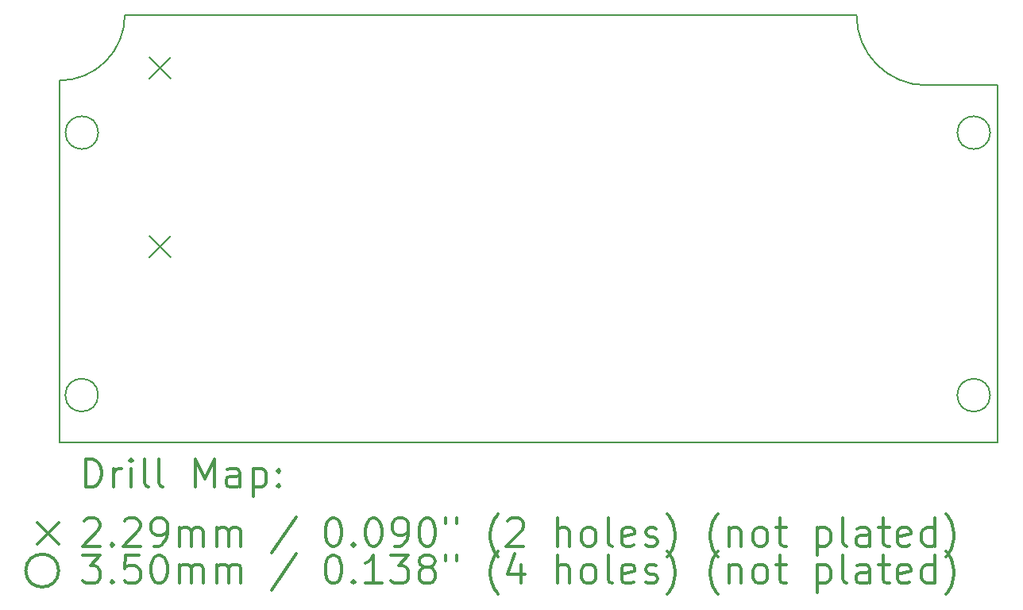
<source format=gbr>
%FSLAX45Y45*%
G04 Gerber Fmt 4.5, Leading zero omitted, Abs format (unit mm)*
G04 Created by KiCad (PCBNEW 5.1.4) date 2019-08-23 17:49:53*
%MOMM*%
%LPD*%
G04 APERTURE LIST*
%ADD10C,0.200000*%
%ADD11C,0.300000*%
G04 APERTURE END LIST*
D10*
X19200000Y-7917404D02*
X19200000Y-11725000D01*
X9200000Y-7866604D02*
X9200000Y-11725000D01*
X9895199Y-7171405D02*
X17695650Y-7171405D01*
X19200000Y-7917404D02*
X18441649Y-7917404D01*
X9200000Y-11725000D02*
X19200000Y-11725000D01*
X9895199Y-7171405D02*
G75*
G02X9200000Y-7866604I-695199J0D01*
G01*
X18441649Y-7917404D02*
G75*
G02X17695650Y-7171405I0J745999D01*
G01*
D10*
X10158700Y-7622200D02*
X10387300Y-7850800D01*
X10387300Y-7622200D02*
X10158700Y-7850800D01*
X10158700Y-9527200D02*
X10387300Y-9755800D01*
X10387300Y-9527200D02*
X10158700Y-9755800D01*
X19120000Y-8423000D02*
G75*
G03X19120000Y-8423000I-175000J0D01*
G01*
X9613000Y-8422000D02*
G75*
G03X9613000Y-8422000I-175000J0D01*
G01*
X9611000Y-11220000D02*
G75*
G03X9611000Y-11220000I-175000J0D01*
G01*
X19120000Y-11221000D02*
G75*
G03X19120000Y-11221000I-175000J0D01*
G01*
D11*
X9476428Y-12200714D02*
X9476428Y-11900714D01*
X9547857Y-11900714D01*
X9590714Y-11915000D01*
X9619286Y-11943571D01*
X9633571Y-11972143D01*
X9647857Y-12029286D01*
X9647857Y-12072143D01*
X9633571Y-12129286D01*
X9619286Y-12157857D01*
X9590714Y-12186429D01*
X9547857Y-12200714D01*
X9476428Y-12200714D01*
X9776428Y-12200714D02*
X9776428Y-12000714D01*
X9776428Y-12057857D02*
X9790714Y-12029286D01*
X9805000Y-12015000D01*
X9833571Y-12000714D01*
X9862143Y-12000714D01*
X9962143Y-12200714D02*
X9962143Y-12000714D01*
X9962143Y-11900714D02*
X9947857Y-11915000D01*
X9962143Y-11929286D01*
X9976428Y-11915000D01*
X9962143Y-11900714D01*
X9962143Y-11929286D01*
X10147857Y-12200714D02*
X10119286Y-12186429D01*
X10105000Y-12157857D01*
X10105000Y-11900714D01*
X10305000Y-12200714D02*
X10276428Y-12186429D01*
X10262143Y-12157857D01*
X10262143Y-11900714D01*
X10647857Y-12200714D02*
X10647857Y-11900714D01*
X10747857Y-12115000D01*
X10847857Y-11900714D01*
X10847857Y-12200714D01*
X11119286Y-12200714D02*
X11119286Y-12043571D01*
X11105000Y-12015000D01*
X11076428Y-12000714D01*
X11019286Y-12000714D01*
X10990714Y-12015000D01*
X11119286Y-12186429D02*
X11090714Y-12200714D01*
X11019286Y-12200714D01*
X10990714Y-12186429D01*
X10976428Y-12157857D01*
X10976428Y-12129286D01*
X10990714Y-12100714D01*
X11019286Y-12086429D01*
X11090714Y-12086429D01*
X11119286Y-12072143D01*
X11262143Y-12000714D02*
X11262143Y-12300714D01*
X11262143Y-12015000D02*
X11290714Y-12000714D01*
X11347857Y-12000714D01*
X11376428Y-12015000D01*
X11390714Y-12029286D01*
X11405000Y-12057857D01*
X11405000Y-12143571D01*
X11390714Y-12172143D01*
X11376428Y-12186429D01*
X11347857Y-12200714D01*
X11290714Y-12200714D01*
X11262143Y-12186429D01*
X11533571Y-12172143D02*
X11547857Y-12186429D01*
X11533571Y-12200714D01*
X11519286Y-12186429D01*
X11533571Y-12172143D01*
X11533571Y-12200714D01*
X11533571Y-12015000D02*
X11547857Y-12029286D01*
X11533571Y-12043571D01*
X11519286Y-12029286D01*
X11533571Y-12015000D01*
X11533571Y-12043571D01*
X8961400Y-12580700D02*
X9190000Y-12809300D01*
X9190000Y-12580700D02*
X8961400Y-12809300D01*
X9462143Y-12559286D02*
X9476428Y-12545000D01*
X9505000Y-12530714D01*
X9576428Y-12530714D01*
X9605000Y-12545000D01*
X9619286Y-12559286D01*
X9633571Y-12587857D01*
X9633571Y-12616429D01*
X9619286Y-12659286D01*
X9447857Y-12830714D01*
X9633571Y-12830714D01*
X9762143Y-12802143D02*
X9776428Y-12816429D01*
X9762143Y-12830714D01*
X9747857Y-12816429D01*
X9762143Y-12802143D01*
X9762143Y-12830714D01*
X9890714Y-12559286D02*
X9905000Y-12545000D01*
X9933571Y-12530714D01*
X10005000Y-12530714D01*
X10033571Y-12545000D01*
X10047857Y-12559286D01*
X10062143Y-12587857D01*
X10062143Y-12616429D01*
X10047857Y-12659286D01*
X9876428Y-12830714D01*
X10062143Y-12830714D01*
X10205000Y-12830714D02*
X10262143Y-12830714D01*
X10290714Y-12816429D01*
X10305000Y-12802143D01*
X10333571Y-12759286D01*
X10347857Y-12702143D01*
X10347857Y-12587857D01*
X10333571Y-12559286D01*
X10319286Y-12545000D01*
X10290714Y-12530714D01*
X10233571Y-12530714D01*
X10205000Y-12545000D01*
X10190714Y-12559286D01*
X10176428Y-12587857D01*
X10176428Y-12659286D01*
X10190714Y-12687857D01*
X10205000Y-12702143D01*
X10233571Y-12716429D01*
X10290714Y-12716429D01*
X10319286Y-12702143D01*
X10333571Y-12687857D01*
X10347857Y-12659286D01*
X10476428Y-12830714D02*
X10476428Y-12630714D01*
X10476428Y-12659286D02*
X10490714Y-12645000D01*
X10519286Y-12630714D01*
X10562143Y-12630714D01*
X10590714Y-12645000D01*
X10605000Y-12673571D01*
X10605000Y-12830714D01*
X10605000Y-12673571D02*
X10619286Y-12645000D01*
X10647857Y-12630714D01*
X10690714Y-12630714D01*
X10719286Y-12645000D01*
X10733571Y-12673571D01*
X10733571Y-12830714D01*
X10876428Y-12830714D02*
X10876428Y-12630714D01*
X10876428Y-12659286D02*
X10890714Y-12645000D01*
X10919286Y-12630714D01*
X10962143Y-12630714D01*
X10990714Y-12645000D01*
X11005000Y-12673571D01*
X11005000Y-12830714D01*
X11005000Y-12673571D02*
X11019286Y-12645000D01*
X11047857Y-12630714D01*
X11090714Y-12630714D01*
X11119286Y-12645000D01*
X11133571Y-12673571D01*
X11133571Y-12830714D01*
X11719286Y-12516429D02*
X11462143Y-12902143D01*
X12105000Y-12530714D02*
X12133571Y-12530714D01*
X12162143Y-12545000D01*
X12176428Y-12559286D01*
X12190714Y-12587857D01*
X12205000Y-12645000D01*
X12205000Y-12716429D01*
X12190714Y-12773571D01*
X12176428Y-12802143D01*
X12162143Y-12816429D01*
X12133571Y-12830714D01*
X12105000Y-12830714D01*
X12076428Y-12816429D01*
X12062143Y-12802143D01*
X12047857Y-12773571D01*
X12033571Y-12716429D01*
X12033571Y-12645000D01*
X12047857Y-12587857D01*
X12062143Y-12559286D01*
X12076428Y-12545000D01*
X12105000Y-12530714D01*
X12333571Y-12802143D02*
X12347857Y-12816429D01*
X12333571Y-12830714D01*
X12319286Y-12816429D01*
X12333571Y-12802143D01*
X12333571Y-12830714D01*
X12533571Y-12530714D02*
X12562143Y-12530714D01*
X12590714Y-12545000D01*
X12605000Y-12559286D01*
X12619286Y-12587857D01*
X12633571Y-12645000D01*
X12633571Y-12716429D01*
X12619286Y-12773571D01*
X12605000Y-12802143D01*
X12590714Y-12816429D01*
X12562143Y-12830714D01*
X12533571Y-12830714D01*
X12505000Y-12816429D01*
X12490714Y-12802143D01*
X12476428Y-12773571D01*
X12462143Y-12716429D01*
X12462143Y-12645000D01*
X12476428Y-12587857D01*
X12490714Y-12559286D01*
X12505000Y-12545000D01*
X12533571Y-12530714D01*
X12776428Y-12830714D02*
X12833571Y-12830714D01*
X12862143Y-12816429D01*
X12876428Y-12802143D01*
X12905000Y-12759286D01*
X12919286Y-12702143D01*
X12919286Y-12587857D01*
X12905000Y-12559286D01*
X12890714Y-12545000D01*
X12862143Y-12530714D01*
X12805000Y-12530714D01*
X12776428Y-12545000D01*
X12762143Y-12559286D01*
X12747857Y-12587857D01*
X12747857Y-12659286D01*
X12762143Y-12687857D01*
X12776428Y-12702143D01*
X12805000Y-12716429D01*
X12862143Y-12716429D01*
X12890714Y-12702143D01*
X12905000Y-12687857D01*
X12919286Y-12659286D01*
X13105000Y-12530714D02*
X13133571Y-12530714D01*
X13162143Y-12545000D01*
X13176428Y-12559286D01*
X13190714Y-12587857D01*
X13205000Y-12645000D01*
X13205000Y-12716429D01*
X13190714Y-12773571D01*
X13176428Y-12802143D01*
X13162143Y-12816429D01*
X13133571Y-12830714D01*
X13105000Y-12830714D01*
X13076428Y-12816429D01*
X13062143Y-12802143D01*
X13047857Y-12773571D01*
X13033571Y-12716429D01*
X13033571Y-12645000D01*
X13047857Y-12587857D01*
X13062143Y-12559286D01*
X13076428Y-12545000D01*
X13105000Y-12530714D01*
X13319286Y-12530714D02*
X13319286Y-12587857D01*
X13433571Y-12530714D02*
X13433571Y-12587857D01*
X13876428Y-12945000D02*
X13862143Y-12930714D01*
X13833571Y-12887857D01*
X13819286Y-12859286D01*
X13805000Y-12816429D01*
X13790714Y-12745000D01*
X13790714Y-12687857D01*
X13805000Y-12616429D01*
X13819286Y-12573571D01*
X13833571Y-12545000D01*
X13862143Y-12502143D01*
X13876428Y-12487857D01*
X13976428Y-12559286D02*
X13990714Y-12545000D01*
X14019286Y-12530714D01*
X14090714Y-12530714D01*
X14119286Y-12545000D01*
X14133571Y-12559286D01*
X14147857Y-12587857D01*
X14147857Y-12616429D01*
X14133571Y-12659286D01*
X13962143Y-12830714D01*
X14147857Y-12830714D01*
X14505000Y-12830714D02*
X14505000Y-12530714D01*
X14633571Y-12830714D02*
X14633571Y-12673571D01*
X14619286Y-12645000D01*
X14590714Y-12630714D01*
X14547857Y-12630714D01*
X14519286Y-12645000D01*
X14505000Y-12659286D01*
X14819286Y-12830714D02*
X14790714Y-12816429D01*
X14776428Y-12802143D01*
X14762143Y-12773571D01*
X14762143Y-12687857D01*
X14776428Y-12659286D01*
X14790714Y-12645000D01*
X14819286Y-12630714D01*
X14862143Y-12630714D01*
X14890714Y-12645000D01*
X14905000Y-12659286D01*
X14919286Y-12687857D01*
X14919286Y-12773571D01*
X14905000Y-12802143D01*
X14890714Y-12816429D01*
X14862143Y-12830714D01*
X14819286Y-12830714D01*
X15090714Y-12830714D02*
X15062143Y-12816429D01*
X15047857Y-12787857D01*
X15047857Y-12530714D01*
X15319286Y-12816429D02*
X15290714Y-12830714D01*
X15233571Y-12830714D01*
X15205000Y-12816429D01*
X15190714Y-12787857D01*
X15190714Y-12673571D01*
X15205000Y-12645000D01*
X15233571Y-12630714D01*
X15290714Y-12630714D01*
X15319286Y-12645000D01*
X15333571Y-12673571D01*
X15333571Y-12702143D01*
X15190714Y-12730714D01*
X15447857Y-12816429D02*
X15476428Y-12830714D01*
X15533571Y-12830714D01*
X15562143Y-12816429D01*
X15576428Y-12787857D01*
X15576428Y-12773571D01*
X15562143Y-12745000D01*
X15533571Y-12730714D01*
X15490714Y-12730714D01*
X15462143Y-12716429D01*
X15447857Y-12687857D01*
X15447857Y-12673571D01*
X15462143Y-12645000D01*
X15490714Y-12630714D01*
X15533571Y-12630714D01*
X15562143Y-12645000D01*
X15676428Y-12945000D02*
X15690714Y-12930714D01*
X15719286Y-12887857D01*
X15733571Y-12859286D01*
X15747857Y-12816429D01*
X15762143Y-12745000D01*
X15762143Y-12687857D01*
X15747857Y-12616429D01*
X15733571Y-12573571D01*
X15719286Y-12545000D01*
X15690714Y-12502143D01*
X15676428Y-12487857D01*
X16219286Y-12945000D02*
X16205000Y-12930714D01*
X16176428Y-12887857D01*
X16162143Y-12859286D01*
X16147857Y-12816429D01*
X16133571Y-12745000D01*
X16133571Y-12687857D01*
X16147857Y-12616429D01*
X16162143Y-12573571D01*
X16176428Y-12545000D01*
X16205000Y-12502143D01*
X16219286Y-12487857D01*
X16333571Y-12630714D02*
X16333571Y-12830714D01*
X16333571Y-12659286D02*
X16347857Y-12645000D01*
X16376428Y-12630714D01*
X16419286Y-12630714D01*
X16447857Y-12645000D01*
X16462143Y-12673571D01*
X16462143Y-12830714D01*
X16647857Y-12830714D02*
X16619286Y-12816429D01*
X16605000Y-12802143D01*
X16590714Y-12773571D01*
X16590714Y-12687857D01*
X16605000Y-12659286D01*
X16619286Y-12645000D01*
X16647857Y-12630714D01*
X16690714Y-12630714D01*
X16719286Y-12645000D01*
X16733571Y-12659286D01*
X16747857Y-12687857D01*
X16747857Y-12773571D01*
X16733571Y-12802143D01*
X16719286Y-12816429D01*
X16690714Y-12830714D01*
X16647857Y-12830714D01*
X16833571Y-12630714D02*
X16947857Y-12630714D01*
X16876428Y-12530714D02*
X16876428Y-12787857D01*
X16890714Y-12816429D01*
X16919286Y-12830714D01*
X16947857Y-12830714D01*
X17276428Y-12630714D02*
X17276428Y-12930714D01*
X17276428Y-12645000D02*
X17305000Y-12630714D01*
X17362143Y-12630714D01*
X17390714Y-12645000D01*
X17405000Y-12659286D01*
X17419286Y-12687857D01*
X17419286Y-12773571D01*
X17405000Y-12802143D01*
X17390714Y-12816429D01*
X17362143Y-12830714D01*
X17305000Y-12830714D01*
X17276428Y-12816429D01*
X17590714Y-12830714D02*
X17562143Y-12816429D01*
X17547857Y-12787857D01*
X17547857Y-12530714D01*
X17833571Y-12830714D02*
X17833571Y-12673571D01*
X17819286Y-12645000D01*
X17790714Y-12630714D01*
X17733571Y-12630714D01*
X17705000Y-12645000D01*
X17833571Y-12816429D02*
X17805000Y-12830714D01*
X17733571Y-12830714D01*
X17705000Y-12816429D01*
X17690714Y-12787857D01*
X17690714Y-12759286D01*
X17705000Y-12730714D01*
X17733571Y-12716429D01*
X17805000Y-12716429D01*
X17833571Y-12702143D01*
X17933571Y-12630714D02*
X18047857Y-12630714D01*
X17976428Y-12530714D02*
X17976428Y-12787857D01*
X17990714Y-12816429D01*
X18019286Y-12830714D01*
X18047857Y-12830714D01*
X18262143Y-12816429D02*
X18233571Y-12830714D01*
X18176428Y-12830714D01*
X18147857Y-12816429D01*
X18133571Y-12787857D01*
X18133571Y-12673571D01*
X18147857Y-12645000D01*
X18176428Y-12630714D01*
X18233571Y-12630714D01*
X18262143Y-12645000D01*
X18276428Y-12673571D01*
X18276428Y-12702143D01*
X18133571Y-12730714D01*
X18533571Y-12830714D02*
X18533571Y-12530714D01*
X18533571Y-12816429D02*
X18505000Y-12830714D01*
X18447857Y-12830714D01*
X18419286Y-12816429D01*
X18405000Y-12802143D01*
X18390714Y-12773571D01*
X18390714Y-12687857D01*
X18405000Y-12659286D01*
X18419286Y-12645000D01*
X18447857Y-12630714D01*
X18505000Y-12630714D01*
X18533571Y-12645000D01*
X18647857Y-12945000D02*
X18662143Y-12930714D01*
X18690714Y-12887857D01*
X18705000Y-12859286D01*
X18719286Y-12816429D01*
X18733571Y-12745000D01*
X18733571Y-12687857D01*
X18719286Y-12616429D01*
X18705000Y-12573571D01*
X18690714Y-12545000D01*
X18662143Y-12502143D01*
X18647857Y-12487857D01*
X9190000Y-13091000D02*
G75*
G03X9190000Y-13091000I-175000J0D01*
G01*
X9447857Y-12926714D02*
X9633571Y-12926714D01*
X9533571Y-13041000D01*
X9576428Y-13041000D01*
X9605000Y-13055286D01*
X9619286Y-13069571D01*
X9633571Y-13098143D01*
X9633571Y-13169571D01*
X9619286Y-13198143D01*
X9605000Y-13212429D01*
X9576428Y-13226714D01*
X9490714Y-13226714D01*
X9462143Y-13212429D01*
X9447857Y-13198143D01*
X9762143Y-13198143D02*
X9776428Y-13212429D01*
X9762143Y-13226714D01*
X9747857Y-13212429D01*
X9762143Y-13198143D01*
X9762143Y-13226714D01*
X10047857Y-12926714D02*
X9905000Y-12926714D01*
X9890714Y-13069571D01*
X9905000Y-13055286D01*
X9933571Y-13041000D01*
X10005000Y-13041000D01*
X10033571Y-13055286D01*
X10047857Y-13069571D01*
X10062143Y-13098143D01*
X10062143Y-13169571D01*
X10047857Y-13198143D01*
X10033571Y-13212429D01*
X10005000Y-13226714D01*
X9933571Y-13226714D01*
X9905000Y-13212429D01*
X9890714Y-13198143D01*
X10247857Y-12926714D02*
X10276428Y-12926714D01*
X10305000Y-12941000D01*
X10319286Y-12955286D01*
X10333571Y-12983857D01*
X10347857Y-13041000D01*
X10347857Y-13112429D01*
X10333571Y-13169571D01*
X10319286Y-13198143D01*
X10305000Y-13212429D01*
X10276428Y-13226714D01*
X10247857Y-13226714D01*
X10219286Y-13212429D01*
X10205000Y-13198143D01*
X10190714Y-13169571D01*
X10176428Y-13112429D01*
X10176428Y-13041000D01*
X10190714Y-12983857D01*
X10205000Y-12955286D01*
X10219286Y-12941000D01*
X10247857Y-12926714D01*
X10476428Y-13226714D02*
X10476428Y-13026714D01*
X10476428Y-13055286D02*
X10490714Y-13041000D01*
X10519286Y-13026714D01*
X10562143Y-13026714D01*
X10590714Y-13041000D01*
X10605000Y-13069571D01*
X10605000Y-13226714D01*
X10605000Y-13069571D02*
X10619286Y-13041000D01*
X10647857Y-13026714D01*
X10690714Y-13026714D01*
X10719286Y-13041000D01*
X10733571Y-13069571D01*
X10733571Y-13226714D01*
X10876428Y-13226714D02*
X10876428Y-13026714D01*
X10876428Y-13055286D02*
X10890714Y-13041000D01*
X10919286Y-13026714D01*
X10962143Y-13026714D01*
X10990714Y-13041000D01*
X11005000Y-13069571D01*
X11005000Y-13226714D01*
X11005000Y-13069571D02*
X11019286Y-13041000D01*
X11047857Y-13026714D01*
X11090714Y-13026714D01*
X11119286Y-13041000D01*
X11133571Y-13069571D01*
X11133571Y-13226714D01*
X11719286Y-12912429D02*
X11462143Y-13298143D01*
X12105000Y-12926714D02*
X12133571Y-12926714D01*
X12162143Y-12941000D01*
X12176428Y-12955286D01*
X12190714Y-12983857D01*
X12205000Y-13041000D01*
X12205000Y-13112429D01*
X12190714Y-13169571D01*
X12176428Y-13198143D01*
X12162143Y-13212429D01*
X12133571Y-13226714D01*
X12105000Y-13226714D01*
X12076428Y-13212429D01*
X12062143Y-13198143D01*
X12047857Y-13169571D01*
X12033571Y-13112429D01*
X12033571Y-13041000D01*
X12047857Y-12983857D01*
X12062143Y-12955286D01*
X12076428Y-12941000D01*
X12105000Y-12926714D01*
X12333571Y-13198143D02*
X12347857Y-13212429D01*
X12333571Y-13226714D01*
X12319286Y-13212429D01*
X12333571Y-13198143D01*
X12333571Y-13226714D01*
X12633571Y-13226714D02*
X12462143Y-13226714D01*
X12547857Y-13226714D02*
X12547857Y-12926714D01*
X12519286Y-12969571D01*
X12490714Y-12998143D01*
X12462143Y-13012429D01*
X12733571Y-12926714D02*
X12919286Y-12926714D01*
X12819286Y-13041000D01*
X12862143Y-13041000D01*
X12890714Y-13055286D01*
X12905000Y-13069571D01*
X12919286Y-13098143D01*
X12919286Y-13169571D01*
X12905000Y-13198143D01*
X12890714Y-13212429D01*
X12862143Y-13226714D01*
X12776428Y-13226714D01*
X12747857Y-13212429D01*
X12733571Y-13198143D01*
X13090714Y-13055286D02*
X13062143Y-13041000D01*
X13047857Y-13026714D01*
X13033571Y-12998143D01*
X13033571Y-12983857D01*
X13047857Y-12955286D01*
X13062143Y-12941000D01*
X13090714Y-12926714D01*
X13147857Y-12926714D01*
X13176428Y-12941000D01*
X13190714Y-12955286D01*
X13205000Y-12983857D01*
X13205000Y-12998143D01*
X13190714Y-13026714D01*
X13176428Y-13041000D01*
X13147857Y-13055286D01*
X13090714Y-13055286D01*
X13062143Y-13069571D01*
X13047857Y-13083857D01*
X13033571Y-13112429D01*
X13033571Y-13169571D01*
X13047857Y-13198143D01*
X13062143Y-13212429D01*
X13090714Y-13226714D01*
X13147857Y-13226714D01*
X13176428Y-13212429D01*
X13190714Y-13198143D01*
X13205000Y-13169571D01*
X13205000Y-13112429D01*
X13190714Y-13083857D01*
X13176428Y-13069571D01*
X13147857Y-13055286D01*
X13319286Y-12926714D02*
X13319286Y-12983857D01*
X13433571Y-12926714D02*
X13433571Y-12983857D01*
X13876428Y-13341000D02*
X13862143Y-13326714D01*
X13833571Y-13283857D01*
X13819286Y-13255286D01*
X13805000Y-13212429D01*
X13790714Y-13141000D01*
X13790714Y-13083857D01*
X13805000Y-13012429D01*
X13819286Y-12969571D01*
X13833571Y-12941000D01*
X13862143Y-12898143D01*
X13876428Y-12883857D01*
X14119286Y-13026714D02*
X14119286Y-13226714D01*
X14047857Y-12912429D02*
X13976428Y-13126714D01*
X14162143Y-13126714D01*
X14505000Y-13226714D02*
X14505000Y-12926714D01*
X14633571Y-13226714D02*
X14633571Y-13069571D01*
X14619286Y-13041000D01*
X14590714Y-13026714D01*
X14547857Y-13026714D01*
X14519286Y-13041000D01*
X14505000Y-13055286D01*
X14819286Y-13226714D02*
X14790714Y-13212429D01*
X14776428Y-13198143D01*
X14762143Y-13169571D01*
X14762143Y-13083857D01*
X14776428Y-13055286D01*
X14790714Y-13041000D01*
X14819286Y-13026714D01*
X14862143Y-13026714D01*
X14890714Y-13041000D01*
X14905000Y-13055286D01*
X14919286Y-13083857D01*
X14919286Y-13169571D01*
X14905000Y-13198143D01*
X14890714Y-13212429D01*
X14862143Y-13226714D01*
X14819286Y-13226714D01*
X15090714Y-13226714D02*
X15062143Y-13212429D01*
X15047857Y-13183857D01*
X15047857Y-12926714D01*
X15319286Y-13212429D02*
X15290714Y-13226714D01*
X15233571Y-13226714D01*
X15205000Y-13212429D01*
X15190714Y-13183857D01*
X15190714Y-13069571D01*
X15205000Y-13041000D01*
X15233571Y-13026714D01*
X15290714Y-13026714D01*
X15319286Y-13041000D01*
X15333571Y-13069571D01*
X15333571Y-13098143D01*
X15190714Y-13126714D01*
X15447857Y-13212429D02*
X15476428Y-13226714D01*
X15533571Y-13226714D01*
X15562143Y-13212429D01*
X15576428Y-13183857D01*
X15576428Y-13169571D01*
X15562143Y-13141000D01*
X15533571Y-13126714D01*
X15490714Y-13126714D01*
X15462143Y-13112429D01*
X15447857Y-13083857D01*
X15447857Y-13069571D01*
X15462143Y-13041000D01*
X15490714Y-13026714D01*
X15533571Y-13026714D01*
X15562143Y-13041000D01*
X15676428Y-13341000D02*
X15690714Y-13326714D01*
X15719286Y-13283857D01*
X15733571Y-13255286D01*
X15747857Y-13212429D01*
X15762143Y-13141000D01*
X15762143Y-13083857D01*
X15747857Y-13012429D01*
X15733571Y-12969571D01*
X15719286Y-12941000D01*
X15690714Y-12898143D01*
X15676428Y-12883857D01*
X16219286Y-13341000D02*
X16205000Y-13326714D01*
X16176428Y-13283857D01*
X16162143Y-13255286D01*
X16147857Y-13212429D01*
X16133571Y-13141000D01*
X16133571Y-13083857D01*
X16147857Y-13012429D01*
X16162143Y-12969571D01*
X16176428Y-12941000D01*
X16205000Y-12898143D01*
X16219286Y-12883857D01*
X16333571Y-13026714D02*
X16333571Y-13226714D01*
X16333571Y-13055286D02*
X16347857Y-13041000D01*
X16376428Y-13026714D01*
X16419286Y-13026714D01*
X16447857Y-13041000D01*
X16462143Y-13069571D01*
X16462143Y-13226714D01*
X16647857Y-13226714D02*
X16619286Y-13212429D01*
X16605000Y-13198143D01*
X16590714Y-13169571D01*
X16590714Y-13083857D01*
X16605000Y-13055286D01*
X16619286Y-13041000D01*
X16647857Y-13026714D01*
X16690714Y-13026714D01*
X16719286Y-13041000D01*
X16733571Y-13055286D01*
X16747857Y-13083857D01*
X16747857Y-13169571D01*
X16733571Y-13198143D01*
X16719286Y-13212429D01*
X16690714Y-13226714D01*
X16647857Y-13226714D01*
X16833571Y-13026714D02*
X16947857Y-13026714D01*
X16876428Y-12926714D02*
X16876428Y-13183857D01*
X16890714Y-13212429D01*
X16919286Y-13226714D01*
X16947857Y-13226714D01*
X17276428Y-13026714D02*
X17276428Y-13326714D01*
X17276428Y-13041000D02*
X17305000Y-13026714D01*
X17362143Y-13026714D01*
X17390714Y-13041000D01*
X17405000Y-13055286D01*
X17419286Y-13083857D01*
X17419286Y-13169571D01*
X17405000Y-13198143D01*
X17390714Y-13212429D01*
X17362143Y-13226714D01*
X17305000Y-13226714D01*
X17276428Y-13212429D01*
X17590714Y-13226714D02*
X17562143Y-13212429D01*
X17547857Y-13183857D01*
X17547857Y-12926714D01*
X17833571Y-13226714D02*
X17833571Y-13069571D01*
X17819286Y-13041000D01*
X17790714Y-13026714D01*
X17733571Y-13026714D01*
X17705000Y-13041000D01*
X17833571Y-13212429D02*
X17805000Y-13226714D01*
X17733571Y-13226714D01*
X17705000Y-13212429D01*
X17690714Y-13183857D01*
X17690714Y-13155286D01*
X17705000Y-13126714D01*
X17733571Y-13112429D01*
X17805000Y-13112429D01*
X17833571Y-13098143D01*
X17933571Y-13026714D02*
X18047857Y-13026714D01*
X17976428Y-12926714D02*
X17976428Y-13183857D01*
X17990714Y-13212429D01*
X18019286Y-13226714D01*
X18047857Y-13226714D01*
X18262143Y-13212429D02*
X18233571Y-13226714D01*
X18176428Y-13226714D01*
X18147857Y-13212429D01*
X18133571Y-13183857D01*
X18133571Y-13069571D01*
X18147857Y-13041000D01*
X18176428Y-13026714D01*
X18233571Y-13026714D01*
X18262143Y-13041000D01*
X18276428Y-13069571D01*
X18276428Y-13098143D01*
X18133571Y-13126714D01*
X18533571Y-13226714D02*
X18533571Y-12926714D01*
X18533571Y-13212429D02*
X18505000Y-13226714D01*
X18447857Y-13226714D01*
X18419286Y-13212429D01*
X18405000Y-13198143D01*
X18390714Y-13169571D01*
X18390714Y-13083857D01*
X18405000Y-13055286D01*
X18419286Y-13041000D01*
X18447857Y-13026714D01*
X18505000Y-13026714D01*
X18533571Y-13041000D01*
X18647857Y-13341000D02*
X18662143Y-13326714D01*
X18690714Y-13283857D01*
X18705000Y-13255286D01*
X18719286Y-13212429D01*
X18733571Y-13141000D01*
X18733571Y-13083857D01*
X18719286Y-13012429D01*
X18705000Y-12969571D01*
X18690714Y-12941000D01*
X18662143Y-12898143D01*
X18647857Y-12883857D01*
M02*

</source>
